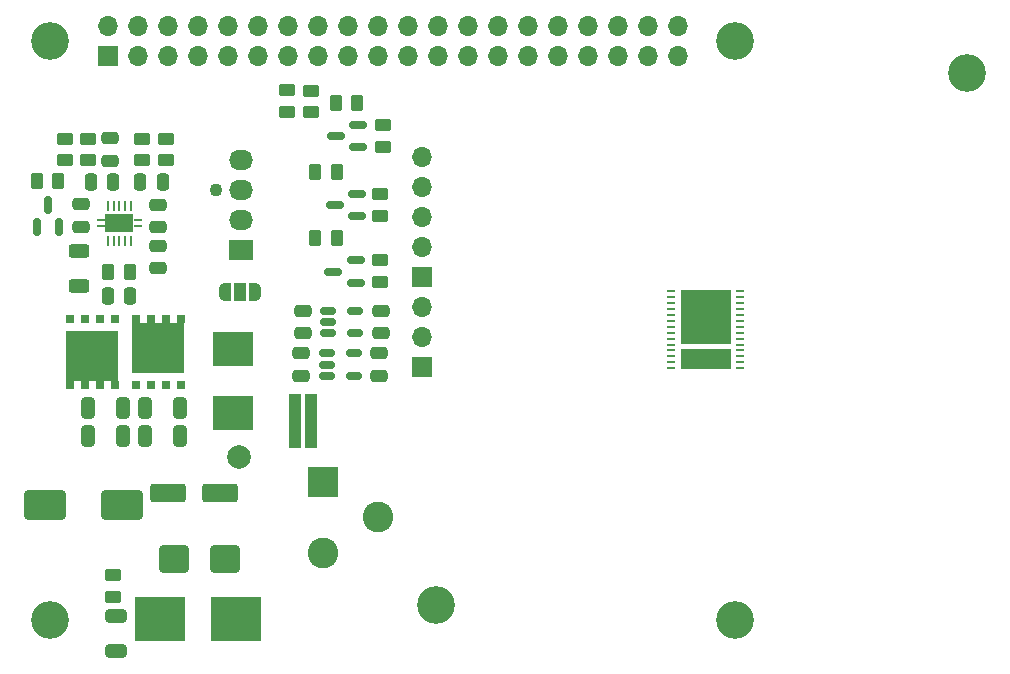
<source format=gts>
G04 #@! TF.GenerationSoftware,KiCad,Pcbnew,7.0.7-7.0.7~ubuntu22.04.1*
G04 #@! TF.CreationDate,2023-10-23T09:56:04+02:00*
G04 #@! TF.ProjectId,bitaxeUltra,62697461-7865-4556-9c74-72612e6b6963,rev?*
G04 #@! TF.SameCoordinates,Original*
G04 #@! TF.FileFunction,Soldermask,Top*
G04 #@! TF.FilePolarity,Negative*
%FSLAX46Y46*%
G04 Gerber Fmt 4.6, Leading zero omitted, Abs format (unit mm)*
G04 Created by KiCad (PCBNEW 7.0.7-7.0.7~ubuntu22.04.1) date 2023-10-23 09:56:04*
%MOMM*%
%LPD*%
G01*
G04 APERTURE LIST*
G04 Aperture macros list*
%AMRoundRect*
0 Rectangle with rounded corners*
0 $1 Rounding radius*
0 $2 $3 $4 $5 $6 $7 $8 $9 X,Y pos of 4 corners*
0 Add a 4 corners polygon primitive as box body*
4,1,4,$2,$3,$4,$5,$6,$7,$8,$9,$2,$3,0*
0 Add four circle primitives for the rounded corners*
1,1,$1+$1,$2,$3*
1,1,$1+$1,$4,$5*
1,1,$1+$1,$6,$7*
1,1,$1+$1,$8,$9*
0 Add four rect primitives between the rounded corners*
20,1,$1+$1,$2,$3,$4,$5,0*
20,1,$1+$1,$4,$5,$6,$7,0*
20,1,$1+$1,$6,$7,$8,$9,0*
20,1,$1+$1,$8,$9,$2,$3,0*%
%AMFreePoly0*
4,1,5,0.500000,-2.250000,-0.500000,-2.250000,-0.500000,2.250000,0.500000,2.250000,0.500000,-2.250000,0.500000,-2.250000,$1*%
%AMFreePoly1*
4,1,19,0.550000,-0.750000,0.000000,-0.750000,0.000000,-0.744911,-0.071157,-0.744911,-0.207708,-0.704816,-0.327430,-0.627875,-0.420627,-0.520320,-0.479746,-0.390866,-0.500000,-0.250000,-0.500000,0.250000,-0.479746,0.390866,-0.420627,0.520320,-0.327430,0.627875,-0.207708,0.704816,-0.071157,0.744911,0.000000,0.744911,0.000000,0.750000,0.550000,0.750000,0.550000,-0.750000,0.550000,-0.750000,
$1*%
%AMFreePoly2*
4,1,19,0.000000,0.744911,0.071157,0.744911,0.207708,0.704816,0.327430,0.627875,0.420627,0.520320,0.479746,0.390866,0.500000,0.250000,0.500000,-0.250000,0.479746,-0.390866,0.420627,-0.520320,0.327430,-0.627875,0.207708,-0.704816,0.071157,-0.744911,0.000000,-0.744911,0.000000,-0.750000,-0.550000,-0.750000,-0.550000,0.750000,0.000000,0.750000,0.000000,0.744911,0.000000,0.744911,
$1*%
G04 Aperture macros list end*
%ADD10RoundRect,0.250000X-0.450000X0.262500X-0.450000X-0.262500X0.450000X-0.262500X0.450000X0.262500X0*%
%ADD11RoundRect,0.150000X0.150000X-0.587500X0.150000X0.587500X-0.150000X0.587500X-0.150000X-0.587500X0*%
%ADD12R,1.700000X1.700000*%
%ADD13O,1.700000X1.700000*%
%ADD14RoundRect,0.150000X-0.512500X-0.150000X0.512500X-0.150000X0.512500X0.150000X-0.512500X0.150000X0*%
%ADD15RoundRect,0.250000X0.262500X0.450000X-0.262500X0.450000X-0.262500X-0.450000X0.262500X-0.450000X0*%
%ADD16RoundRect,0.250000X-0.475000X0.250000X-0.475000X-0.250000X0.475000X-0.250000X0.475000X0.250000X0*%
%ADD17RoundRect,0.250000X0.450000X-0.262500X0.450000X0.262500X-0.450000X0.262500X-0.450000X-0.262500X0*%
%ADD18RoundRect,0.250000X0.250000X0.475000X-0.250000X0.475000X-0.250000X-0.475000X0.250000X-0.475000X0*%
%ADD19RoundRect,0.250000X1.250000X0.550000X-1.250000X0.550000X-1.250000X-0.550000X1.250000X-0.550000X0*%
%ADD20C,3.200000*%
%ADD21FreePoly0,0.000000*%
%ADD22R,3.500000X2.950000*%
%ADD23RoundRect,0.250000X-0.325000X-0.650000X0.325000X-0.650000X0.325000X0.650000X-0.325000X0.650000X0*%
%ADD24RoundRect,0.250000X-1.000000X-0.900000X1.000000X-0.900000X1.000000X0.900000X-1.000000X0.900000X0*%
%ADD25RoundRect,0.250000X-0.625000X0.312500X-0.625000X-0.312500X0.625000X-0.312500X0.625000X0.312500X0*%
%ADD26RoundRect,0.250000X0.325000X0.650000X-0.325000X0.650000X-0.325000X-0.650000X0.325000X-0.650000X0*%
%ADD27C,1.100000*%
%ADD28R,2.030000X1.730000*%
%ADD29O,2.030000X1.730000*%
%ADD30RoundRect,0.150000X0.587500X0.150000X-0.587500X0.150000X-0.587500X-0.150000X0.587500X-0.150000X0*%
%ADD31R,0.700000X0.700000*%
%ADD32R,4.510000X4.350000*%
%ADD33RoundRect,0.250000X-0.250000X-0.475000X0.250000X-0.475000X0.250000X0.475000X-0.250000X0.475000X0*%
%ADD34C,2.000000*%
%ADD35R,0.792000X0.221000*%
%ADD36R,4.277000X1.810000*%
%ADD37R,4.277000X4.530000*%
%ADD38RoundRect,0.250000X-0.262500X-0.450000X0.262500X-0.450000X0.262500X0.450000X-0.262500X0.450000X0*%
%ADD39RoundRect,0.250000X-1.500000X-1.000000X1.500000X-1.000000X1.500000X1.000000X-1.500000X1.000000X0*%
%ADD40RoundRect,0.250000X-0.650000X0.325000X-0.650000X-0.325000X0.650000X-0.325000X0.650000X0.325000X0*%
%ADD41RoundRect,0.250000X0.475000X-0.250000X0.475000X0.250000X-0.475000X0.250000X-0.475000X-0.250000X0*%
%ADD42FreePoly1,180.000000*%
%ADD43R,1.000000X1.500000*%
%ADD44FreePoly2,180.000000*%
%ADD45R,2.600000X2.600000*%
%ADD46C,2.600000*%
%ADD47R,4.245000X3.810000*%
%ADD48R,0.280000X0.850000*%
%ADD49R,0.700000X0.280000*%
%ADD50R,2.400000X1.650000*%
G04 APERTURE END LIST*
D10*
X204724000Y-72239500D03*
X204724000Y-74064500D03*
D11*
X175708000Y-75010700D03*
X177608000Y-75010700D03*
X176658000Y-73135700D03*
D12*
X208280000Y-79248000D03*
D13*
X208280000Y-76708000D03*
X208280000Y-74168000D03*
X208280000Y-71628000D03*
X208280000Y-69088000D03*
D14*
X200255500Y-85730000D03*
X200255500Y-86680000D03*
X200255500Y-87630000D03*
X202530500Y-87630000D03*
X202530500Y-85730000D03*
D15*
X183592200Y-78873800D03*
X181767200Y-78873800D03*
D16*
X185949314Y-76636937D03*
X185949314Y-78536937D03*
D15*
X177519700Y-71126800D03*
X175694700Y-71126800D03*
D17*
X198882000Y-65325000D03*
X198882000Y-63500000D03*
D18*
X186360800Y-71201337D03*
X184460800Y-71201337D03*
D19*
X191222200Y-97572300D03*
X186822200Y-97572300D03*
D20*
X176850000Y-108300000D03*
D21*
X197582000Y-91440000D03*
X198882000Y-91440000D03*
D10*
X184648800Y-67545637D03*
X184648800Y-69370637D03*
D22*
X192331700Y-85325400D03*
X192331700Y-90775400D03*
D10*
X186630000Y-67545637D03*
X186630000Y-69370637D03*
D23*
X180034500Y-90354600D03*
X182984500Y-90354600D03*
D24*
X187334000Y-103124000D03*
X191634000Y-103124000D03*
D25*
X179294514Y-77104837D03*
X179294514Y-80029837D03*
D10*
X178075314Y-67545637D03*
X178075314Y-69370637D03*
D26*
X187814100Y-92742200D03*
X184864100Y-92742200D03*
D15*
X201094250Y-70358000D03*
X199269250Y-70358000D03*
D10*
X180005714Y-67545637D03*
X180005714Y-69370637D03*
D15*
X201094250Y-75946000D03*
X199269250Y-75946000D03*
D16*
X204827500Y-82108000D03*
X204827500Y-84008000D03*
D27*
X190834000Y-71872000D03*
D28*
X192994000Y-76952000D03*
D29*
X192994000Y-74412000D03*
X192994000Y-71872000D03*
X192994000Y-69332000D03*
D12*
X181737000Y-60568000D03*
D13*
X181737000Y-58028000D03*
X184277000Y-60568000D03*
X184277000Y-58028000D03*
X186817000Y-60568000D03*
X186817000Y-58028000D03*
X189357000Y-60568000D03*
X189357000Y-58028000D03*
X191897000Y-60568000D03*
X191897000Y-58028000D03*
X194437000Y-60568000D03*
X194437000Y-58028000D03*
X196977000Y-60568000D03*
X196977000Y-58028000D03*
X199517000Y-60568000D03*
X199517000Y-58028000D03*
X202057000Y-60568000D03*
X202057000Y-58028000D03*
X204597000Y-60568000D03*
X204597000Y-58028000D03*
X207137000Y-60568000D03*
X207137000Y-58028000D03*
X209677000Y-60568000D03*
X209677000Y-58028000D03*
X212217000Y-60568000D03*
X212217000Y-58028000D03*
X214757000Y-60568000D03*
X214757000Y-58028000D03*
X217297000Y-60568000D03*
X217297000Y-58028000D03*
X219837000Y-60568000D03*
X219837000Y-58028000D03*
X222377000Y-60568000D03*
X222377000Y-58028000D03*
X224917000Y-60568000D03*
X224917000Y-58028000D03*
X227457000Y-60568000D03*
X227457000Y-58028000D03*
X229997000Y-60568000D03*
X229997000Y-58028000D03*
D30*
X202692000Y-79756000D03*
X202692000Y-77856000D03*
X200817000Y-78806000D03*
D31*
X182322200Y-82804800D03*
X181052200Y-82804800D03*
X179782200Y-82804800D03*
X178512200Y-82804800D03*
D32*
X180417200Y-85934800D03*
D31*
X182322200Y-88404800D03*
X181052200Y-88404800D03*
X179782200Y-88404800D03*
X178512200Y-88404800D03*
D20*
X234850000Y-108300000D03*
D31*
X184100200Y-88404800D03*
X185370200Y-88404800D03*
X186640200Y-88404800D03*
X187910200Y-88404800D03*
D32*
X186005200Y-85274800D03*
D31*
X184100200Y-82804800D03*
X185370200Y-82804800D03*
X186640200Y-82804800D03*
X187910200Y-82804800D03*
D33*
X181729700Y-80905800D03*
X183629700Y-80905800D03*
D16*
X179452000Y-73123200D03*
X179452000Y-75023200D03*
X198091000Y-85730000D03*
X198091000Y-87630000D03*
D10*
X182118000Y-104497500D03*
X182118000Y-106322500D03*
D16*
X198223500Y-82108000D03*
X198223500Y-84008000D03*
D34*
X192786000Y-94488000D03*
D35*
X235263000Y-86997000D03*
X235263000Y-86495000D03*
X235263000Y-85993000D03*
X235263000Y-85491000D03*
X235263000Y-84989000D03*
X235263000Y-84487000D03*
X235263000Y-83985000D03*
X235263000Y-83483000D03*
X235263000Y-82981000D03*
X235263000Y-82479000D03*
X235263000Y-81977000D03*
X235263000Y-81475000D03*
X235263000Y-80973000D03*
X235263000Y-80471000D03*
X229431000Y-80484000D03*
X229431000Y-80984000D03*
X229431000Y-81484000D03*
X229431000Y-81984000D03*
X229431000Y-82484000D03*
X229431000Y-82981000D03*
X229431000Y-83484000D03*
X229431000Y-83985000D03*
X229431000Y-84487000D03*
X229431000Y-84989000D03*
X229431000Y-85491000D03*
X229431000Y-85984000D03*
X229431000Y-86495000D03*
X229431000Y-86984000D03*
D36*
X232347000Y-86202000D03*
D37*
X232347000Y-82626000D03*
D20*
X254500000Y-62000000D03*
D38*
X201017500Y-64516000D03*
X202842500Y-64516000D03*
D39*
X176374200Y-98552000D03*
X182874200Y-98552000D03*
D17*
X196850000Y-65278000D03*
X196850000Y-63453000D03*
D40*
X182372000Y-107999000D03*
X182372000Y-110949000D03*
D16*
X204695000Y-85730000D03*
X204695000Y-87630000D03*
D41*
X181936114Y-69408137D03*
X181936114Y-67508137D03*
D42*
X194200000Y-80500000D03*
D43*
X192900000Y-80500000D03*
D44*
X191600000Y-80500000D03*
D23*
X180034500Y-92742200D03*
X182984500Y-92742200D03*
D26*
X187814100Y-90354600D03*
X184864100Y-90354600D03*
D12*
X208280000Y-86868000D03*
D13*
X208280000Y-84328000D03*
X208280000Y-81788000D03*
D20*
X209500000Y-107000000D03*
X176850000Y-59300000D03*
D45*
X199898000Y-96616000D03*
D46*
X199898000Y-102616000D03*
X204598000Y-99616000D03*
D47*
X186157000Y-108204000D03*
X192532000Y-108204000D03*
D20*
X234850000Y-59300000D03*
D30*
X202789000Y-74102000D03*
X202789000Y-72202000D03*
X200914000Y-73152000D03*
D14*
X200388000Y-82108000D03*
X200388000Y-83058000D03*
X200388000Y-84008000D03*
X202663000Y-84008000D03*
X202663000Y-82108000D03*
D48*
X183701714Y-73259537D03*
X183201714Y-73259537D03*
X182701714Y-73259537D03*
X182201714Y-73259537D03*
X181701714Y-73259537D03*
X181701714Y-76209537D03*
X182201714Y-76209537D03*
X182701714Y-76209537D03*
X183201714Y-76209537D03*
X183701714Y-76209537D03*
D49*
X184251714Y-74484537D03*
X181151714Y-74484537D03*
D50*
X182701714Y-74734537D03*
D49*
X184251714Y-74984537D03*
X181151714Y-74984537D03*
D30*
X202867500Y-68260000D03*
X202867500Y-66360000D03*
X200992500Y-67310000D03*
D18*
X182190114Y-71201337D03*
X180290114Y-71201337D03*
D10*
X204724000Y-77827500D03*
X204724000Y-79652500D03*
D16*
X185949314Y-73146937D03*
X185949314Y-75046937D03*
D10*
X204978000Y-66397500D03*
X204978000Y-68222500D03*
M02*

</source>
